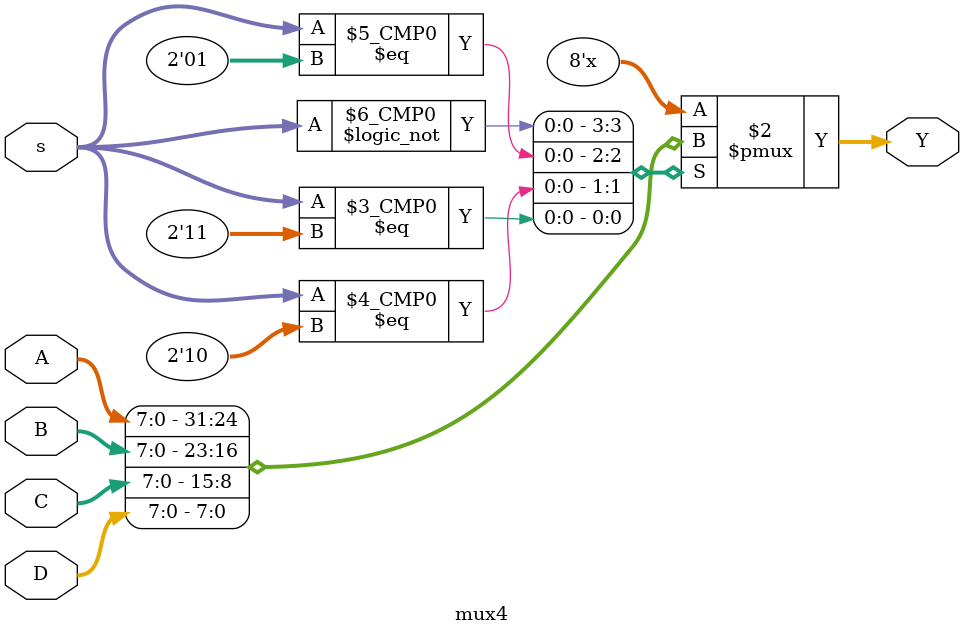
<source format=sv>
module datapath(
input logic clk, rst,
input logic PCWrite, AddrSrc, IRWrite, RegWrite, WDSrc,
input logic [1:0] SrcA, SrcB, ResSrc, DataSrc,
input logic [3:0] ALUControll,
input logic [2:0] ImmSrc,
input logic [31:0] readData,
output logic zero_flag, comp_flag,
output logic [6:0] op,
output logic [2:0] funct3,
output logic funct7,
output logic [31:0] addr, writeData,

output logic [31:0] test
);
    logic [31:0]addrInst, resData, instr, oldAddrInst, memData, addrRes;
    flopre #(32) PC(.clk(clk), .rst(rst), .en(PCWrite), .d(resData), .q(addrInst));
    mux2 #(32) addrMux(.A(addrInst), .B(resData), .s(AddrSrc), .Y(addrRes)); 
    flope #(32) instReg(.clk(clk), .en(IRWrite), .d(readData), .q(instr));
    flope #(32) addrReg(.clk(clk), .en(IRWrite), .d(addrInst), .q(oldAddrInst));
    flop #(32) dataReg(.clk(clk), .d(readData), .q(memData));
    
    

    logic [4:0] rs1, rs2, rd;
    logic [31:0] wd;
    assign {rs1, rs2, rd} = {instr[19:15], instr[24:20], instr[11:7]};
    mux2 #(32) wdMux(.A(resData), .B(addrInst), .s(WDSrc), .Y(wd));

    logic [31:0] A,B;
    logic [31:0] rA, rB;
    regfile RF(.clk(clk), .we(RegWrite), .addrA(rs1), .addrB(rs2), .addrWD(rd),
                .writeData(wd), .RD1(A), .RD2(B), .RD_TEST(test)); 
    flop #(32) AReg(.clk(clk), .d(A), .q(rA));
    flop #(32) BReg(.clk(clk), .d(B), .q(rB));

    logic [31:0] memToRegData, immData;
    dataExt dataExt(.dataSrc(DataSrc), .inData(memData), .outData(memToRegData));
    immExt immExt(.instr(instr[31:7]), .extType(ImmSrc), .immext(immData));
    
    logic [31:0] aluA, aluB, aluRes;
    logic aluZero;
    mux4 #(32) aluMuxA(.A(addrInst), .B(oldAddrInst), .C(rA), .D(32'd0), .s(SrcA), .Y(aluA));
    mux3 #(32) aluMuxB(.A(rB), .B(immData), .C(32'd4), .s(SrcB), .Y(aluB));
    alu alu(.A(aluA), .B(aluB), .alu_controll(ALUControll), .zero_flag(aluZero), .alu_out(aluRes));
    

    logic [31:0] rAluRes;
    flop #(32) aluFlop(.clk(clk), .d(aluRes), .q(rAluRes));

    mux3 #(32) resMux(.A(rAluRes), .B(memToRegData), .C(aluRes), .s(ResSrc), .Y(resData));

    assign addr = addrRes;
    assign {op, funct3, funct7} = {instr[6:0], instr[14:12], instr[30]};
    assign zero_flag = aluZero;
    assign comp_flag = aluRes[0];
    assign writeData = rB;

endmodule


module regfile (
input logic clk, we,
input logic [4:0] addrA, addrB, addrWD,
input logic [31:0] writeData,
output logic [31:0] RD1,RD2,
output logic [31:0] RD_TEST
);
    logic [31:0] rfile [31:0];
    initial begin
         $readmemh("init_regfile.txt", rfile);
    end
    assign RD1 = addrA == 0 ? 31'd0 : rfile[addrA];
    assign RD2 = addrB == 0 ? 31'd0 : rfile[addrB];
    assign RD_TEST = rfile[3];
    always_ff @(posedge clk) begin
        if(we)
            rfile[addrWD] <= writeData;
    end
endmodule


module dataExt (
input logic [1:0] dataSrc,
input logic [31:0] inData,
output logic [31:0] outData
);
    always_comb begin
        case (dataSrc)
            2'b00: outData = inData;                            // lw, lhu, lbu
            2'b01: outData = {{24{inData[7]}}, inData[7:0]};    // lb
            2'b10: outData = {{16{inData[15]}}, inData[15:0]};  // lh
            default: outData = '0;
        endcase
    end
endmodule

module immExt (
input logic [31:7] instr,
input logic [2:0] extType,
output logic [31:0] immext
);
    localparam [2:0] immI = 3'd0,
               immS = 3'd1,
               immB = 3'd2,
               immJ = 3'd3,
               immU = 3'd4;
    always_comb begin
        case (extType)
            immI: immext = {{20{instr[31]}}, instr[31:20]};
            immS: immext = {{20{instr[31]}}, instr[31:25], instr[11:7]};
            immB: immext = {{20{instr[31]}}, instr[7], instr[30:25], instr[11:8], 1'b0};
            immJ: immext = {{12{instr[31]}}, instr[19:12], instr[20], instr[30:21], 1'b0};
            immU: immext = {instr[31:12], 12'd0};
            default: immext = 32'dx;
        endcase
    end
endmodule


module flop #(parameter WIDTH = 8) (
input logic  clk,
input logic [WIDTH-1:0] d,
 output logic [WIDTH-1:0] q
);
    always_ff @(posedge clk) begin
        q <= d;
    end
endmodule

module flope #(parameter WIDTH = 8) (
input logic clk, en,
input logic [WIDTH-1:0] d,
output logic [WIDTH-1:0] q
 );
    always_ff @(posedge clk) begin
        if(en) q <= d;
    end
endmodule

module flopre #(parameter WIDTH = 8) (
input logic clk, rst, en,
input logic [WIDTH-1:0] d,
output logic [WIDTH-1:0] q
 );
    always_ff @(posedge clk) begin
        if (~rst) q <= 0;
        else if(en) q <= d;
    end
endmodule



module mux2 #(parameter WIDTH = 8)
(
input logic [WIDTH-1:0] A, B,
input logic s,
output logic [WIDTH-1:0] Y
);
    assign Y = s ? B : A;
endmodule


module mux3 #(parameter WIDTH = 8)
(
input logic [WIDTH-1:0] A, B, C,
input logic [1:0] s,
output logic [WIDTH-1:0] Y
);
    assign Y = s[1] ? C : s[0] ? B : A;
endmodule

module mux4 #(parameter WIDTH = 8)
(
input logic [WIDTH-1:0] A, B, C, D,
input logic [1:0] s,
output logic [WIDTH-1:0] Y
);
    always_comb begin
        case (s)
            2'b00: Y = A;
            2'b01: Y = B;
            2'b10: Y = C;
            2'b11: Y = D;
        endcase
    end
endmodule


</source>
